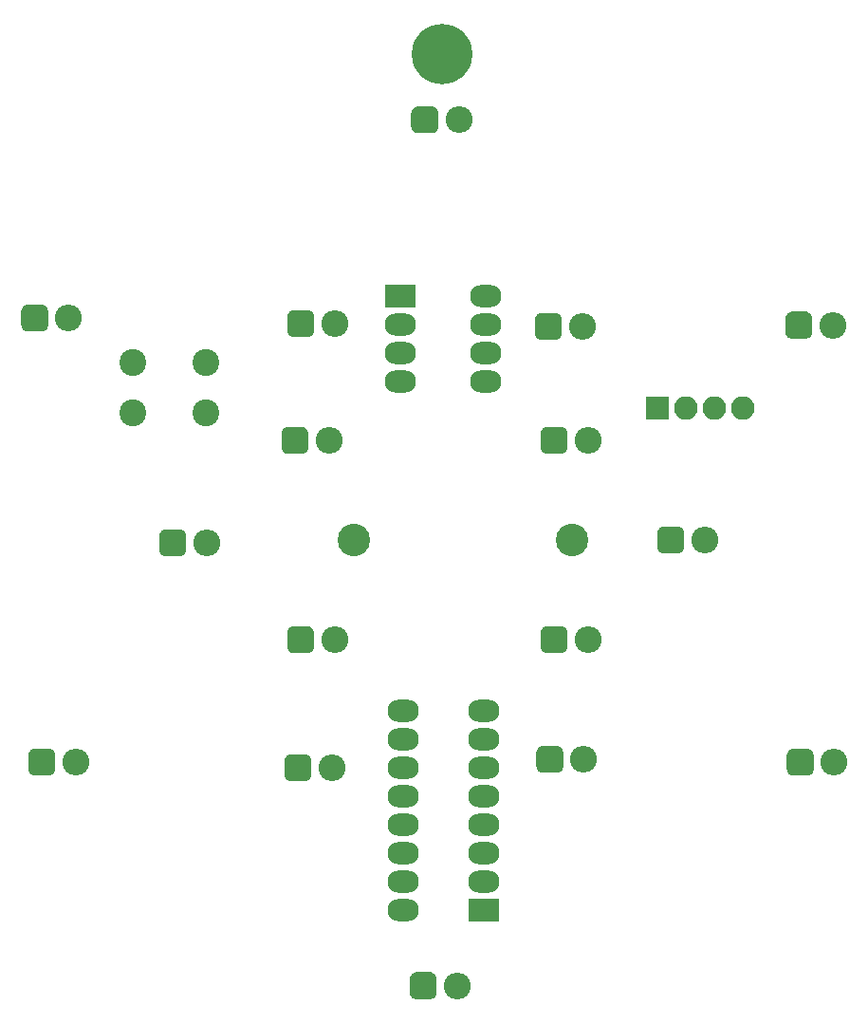
<source format=gbr>
G04 #@! TF.GenerationSoftware,KiCad,Pcbnew,(5.0.0)*
G04 #@! TF.CreationDate,2019-09-07T09:52:17-04:00*
G04 #@! TF.ProjectId,Snowflake,536E6F77666C616B652E6B696361645F,rev?*
G04 #@! TF.SameCoordinates,Original*
G04 #@! TF.FileFunction,Soldermask,Bot*
G04 #@! TF.FilePolarity,Negative*
%FSLAX46Y46*%
G04 Gerber Fmt 4.6, Leading zero omitted, Abs format (unit mm)*
G04 Created by KiCad (PCBNEW (5.0.0)) date 09/07/19 09:52:17*
%MOMM*%
%LPD*%
G01*
G04 APERTURE LIST*
%ADD10C,5.400000*%
%ADD11C,2.400000*%
%ADD12O,2.400000X2.400000*%
%ADD13C,0.100000*%
%ADD14R,2.800000X2.000000*%
%ADD15O,2.800000X2.000000*%
%ADD16C,2.900000*%
%ADD17R,2.100000X2.100000*%
%ADD18O,2.100000X2.100000*%
G04 APERTURE END LIST*
D10*
G04 #@! TO.C,g1*
X126950000Y-54450000D03*
G04 #@! TD*
D11*
G04 #@! TO.C,Button1*
X99314000Y-86415000D03*
X99314000Y-81915000D03*
X105814000Y-86415000D03*
X105814000Y-81915000D03*
G04 #@! TD*
D12*
G04 #@! TO.C,D1*
X128400000Y-60300000D03*
D13*
G36*
X126018810Y-59102889D02*
X126077054Y-59111529D01*
X126134171Y-59125836D01*
X126189610Y-59145672D01*
X126242838Y-59170847D01*
X126293342Y-59201118D01*
X126340636Y-59236194D01*
X126384264Y-59275736D01*
X126423806Y-59319364D01*
X126458882Y-59366658D01*
X126489153Y-59417162D01*
X126514328Y-59470390D01*
X126534164Y-59525829D01*
X126548471Y-59582946D01*
X126557111Y-59641190D01*
X126560000Y-59700000D01*
X126560000Y-60900000D01*
X126557111Y-60958810D01*
X126548471Y-61017054D01*
X126534164Y-61074171D01*
X126514328Y-61129610D01*
X126489153Y-61182838D01*
X126458882Y-61233342D01*
X126423806Y-61280636D01*
X126384264Y-61324264D01*
X126340636Y-61363806D01*
X126293342Y-61398882D01*
X126242838Y-61429153D01*
X126189610Y-61454328D01*
X126134171Y-61474164D01*
X126077054Y-61488471D01*
X126018810Y-61497111D01*
X125960000Y-61500000D01*
X124760000Y-61500000D01*
X124701190Y-61497111D01*
X124642946Y-61488471D01*
X124585829Y-61474164D01*
X124530390Y-61454328D01*
X124477162Y-61429153D01*
X124426658Y-61398882D01*
X124379364Y-61363806D01*
X124335736Y-61324264D01*
X124296194Y-61280636D01*
X124261118Y-61233342D01*
X124230847Y-61182838D01*
X124205672Y-61129610D01*
X124185836Y-61074171D01*
X124171529Y-61017054D01*
X124162889Y-60958810D01*
X124160000Y-60900000D01*
X124160000Y-59700000D01*
X124162889Y-59641190D01*
X124171529Y-59582946D01*
X124185836Y-59525829D01*
X124205672Y-59470390D01*
X124230847Y-59417162D01*
X124261118Y-59366658D01*
X124296194Y-59319364D01*
X124335736Y-59275736D01*
X124379364Y-59236194D01*
X124426658Y-59201118D01*
X124477162Y-59170847D01*
X124530390Y-59145672D01*
X124585829Y-59125836D01*
X124642946Y-59111529D01*
X124701190Y-59102889D01*
X124760000Y-59100000D01*
X125960000Y-59100000D01*
X126018810Y-59102889D01*
X126018810Y-59102889D01*
G37*
D11*
X125360000Y-60300000D03*
G04 #@! TD*
D12*
G04 #@! TO.C,D2*
X139442000Y-78740000D03*
D13*
G36*
X137060810Y-77542889D02*
X137119054Y-77551529D01*
X137176171Y-77565836D01*
X137231610Y-77585672D01*
X137284838Y-77610847D01*
X137335342Y-77641118D01*
X137382636Y-77676194D01*
X137426264Y-77715736D01*
X137465806Y-77759364D01*
X137500882Y-77806658D01*
X137531153Y-77857162D01*
X137556328Y-77910390D01*
X137576164Y-77965829D01*
X137590471Y-78022946D01*
X137599111Y-78081190D01*
X137602000Y-78140000D01*
X137602000Y-79340000D01*
X137599111Y-79398810D01*
X137590471Y-79457054D01*
X137576164Y-79514171D01*
X137556328Y-79569610D01*
X137531153Y-79622838D01*
X137500882Y-79673342D01*
X137465806Y-79720636D01*
X137426264Y-79764264D01*
X137382636Y-79803806D01*
X137335342Y-79838882D01*
X137284838Y-79869153D01*
X137231610Y-79894328D01*
X137176171Y-79914164D01*
X137119054Y-79928471D01*
X137060810Y-79937111D01*
X137002000Y-79940000D01*
X135802000Y-79940000D01*
X135743190Y-79937111D01*
X135684946Y-79928471D01*
X135627829Y-79914164D01*
X135572390Y-79894328D01*
X135519162Y-79869153D01*
X135468658Y-79838882D01*
X135421364Y-79803806D01*
X135377736Y-79764264D01*
X135338194Y-79720636D01*
X135303118Y-79673342D01*
X135272847Y-79622838D01*
X135247672Y-79569610D01*
X135227836Y-79514171D01*
X135213529Y-79457054D01*
X135204889Y-79398810D01*
X135202000Y-79340000D01*
X135202000Y-78140000D01*
X135204889Y-78081190D01*
X135213529Y-78022946D01*
X135227836Y-77965829D01*
X135247672Y-77910390D01*
X135272847Y-77857162D01*
X135303118Y-77806658D01*
X135338194Y-77759364D01*
X135377736Y-77715736D01*
X135421364Y-77676194D01*
X135468658Y-77641118D01*
X135519162Y-77610847D01*
X135572390Y-77585672D01*
X135627829Y-77565836D01*
X135684946Y-77551529D01*
X135743190Y-77542889D01*
X135802000Y-77540000D01*
X137002000Y-77540000D01*
X137060810Y-77542889D01*
X137060810Y-77542889D01*
G37*
D11*
X136402000Y-78740000D03*
G04 #@! TD*
D12*
G04 #@! TO.C,D3*
X161794000Y-78613000D03*
D13*
G36*
X159412810Y-77415889D02*
X159471054Y-77424529D01*
X159528171Y-77438836D01*
X159583610Y-77458672D01*
X159636838Y-77483847D01*
X159687342Y-77514118D01*
X159734636Y-77549194D01*
X159778264Y-77588736D01*
X159817806Y-77632364D01*
X159852882Y-77679658D01*
X159883153Y-77730162D01*
X159908328Y-77783390D01*
X159928164Y-77838829D01*
X159942471Y-77895946D01*
X159951111Y-77954190D01*
X159954000Y-78013000D01*
X159954000Y-79213000D01*
X159951111Y-79271810D01*
X159942471Y-79330054D01*
X159928164Y-79387171D01*
X159908328Y-79442610D01*
X159883153Y-79495838D01*
X159852882Y-79546342D01*
X159817806Y-79593636D01*
X159778264Y-79637264D01*
X159734636Y-79676806D01*
X159687342Y-79711882D01*
X159636838Y-79742153D01*
X159583610Y-79767328D01*
X159528171Y-79787164D01*
X159471054Y-79801471D01*
X159412810Y-79810111D01*
X159354000Y-79813000D01*
X158154000Y-79813000D01*
X158095190Y-79810111D01*
X158036946Y-79801471D01*
X157979829Y-79787164D01*
X157924390Y-79767328D01*
X157871162Y-79742153D01*
X157820658Y-79711882D01*
X157773364Y-79676806D01*
X157729736Y-79637264D01*
X157690194Y-79593636D01*
X157655118Y-79546342D01*
X157624847Y-79495838D01*
X157599672Y-79442610D01*
X157579836Y-79387171D01*
X157565529Y-79330054D01*
X157556889Y-79271810D01*
X157554000Y-79213000D01*
X157554000Y-78013000D01*
X157556889Y-77954190D01*
X157565529Y-77895946D01*
X157579836Y-77838829D01*
X157599672Y-77783390D01*
X157624847Y-77730162D01*
X157655118Y-77679658D01*
X157690194Y-77632364D01*
X157729736Y-77588736D01*
X157773364Y-77549194D01*
X157820658Y-77514118D01*
X157871162Y-77483847D01*
X157924390Y-77458672D01*
X157979829Y-77438836D01*
X158036946Y-77424529D01*
X158095190Y-77415889D01*
X158154000Y-77413000D01*
X159354000Y-77413000D01*
X159412810Y-77415889D01*
X159412810Y-77415889D01*
G37*
D11*
X158754000Y-78613000D03*
G04 #@! TD*
D12*
G04 #@! TO.C,D4*
X150364000Y-97790000D03*
D13*
G36*
X147982810Y-96592889D02*
X148041054Y-96601529D01*
X148098171Y-96615836D01*
X148153610Y-96635672D01*
X148206838Y-96660847D01*
X148257342Y-96691118D01*
X148304636Y-96726194D01*
X148348264Y-96765736D01*
X148387806Y-96809364D01*
X148422882Y-96856658D01*
X148453153Y-96907162D01*
X148478328Y-96960390D01*
X148498164Y-97015829D01*
X148512471Y-97072946D01*
X148521111Y-97131190D01*
X148524000Y-97190000D01*
X148524000Y-98390000D01*
X148521111Y-98448810D01*
X148512471Y-98507054D01*
X148498164Y-98564171D01*
X148478328Y-98619610D01*
X148453153Y-98672838D01*
X148422882Y-98723342D01*
X148387806Y-98770636D01*
X148348264Y-98814264D01*
X148304636Y-98853806D01*
X148257342Y-98888882D01*
X148206838Y-98919153D01*
X148153610Y-98944328D01*
X148098171Y-98964164D01*
X148041054Y-98978471D01*
X147982810Y-98987111D01*
X147924000Y-98990000D01*
X146724000Y-98990000D01*
X146665190Y-98987111D01*
X146606946Y-98978471D01*
X146549829Y-98964164D01*
X146494390Y-98944328D01*
X146441162Y-98919153D01*
X146390658Y-98888882D01*
X146343364Y-98853806D01*
X146299736Y-98814264D01*
X146260194Y-98770636D01*
X146225118Y-98723342D01*
X146194847Y-98672838D01*
X146169672Y-98619610D01*
X146149836Y-98564171D01*
X146135529Y-98507054D01*
X146126889Y-98448810D01*
X146124000Y-98390000D01*
X146124000Y-97190000D01*
X146126889Y-97131190D01*
X146135529Y-97072946D01*
X146149836Y-97015829D01*
X146169672Y-96960390D01*
X146194847Y-96907162D01*
X146225118Y-96856658D01*
X146260194Y-96809364D01*
X146299736Y-96765736D01*
X146343364Y-96726194D01*
X146390658Y-96691118D01*
X146441162Y-96660847D01*
X146494390Y-96635672D01*
X146549829Y-96615836D01*
X146606946Y-96601529D01*
X146665190Y-96592889D01*
X146724000Y-96590000D01*
X147924000Y-96590000D01*
X147982810Y-96592889D01*
X147982810Y-96592889D01*
G37*
D11*
X147324000Y-97790000D03*
G04 #@! TD*
D12*
G04 #@! TO.C,D5*
X161921000Y-117602000D03*
D13*
G36*
X159539810Y-116404889D02*
X159598054Y-116413529D01*
X159655171Y-116427836D01*
X159710610Y-116447672D01*
X159763838Y-116472847D01*
X159814342Y-116503118D01*
X159861636Y-116538194D01*
X159905264Y-116577736D01*
X159944806Y-116621364D01*
X159979882Y-116668658D01*
X160010153Y-116719162D01*
X160035328Y-116772390D01*
X160055164Y-116827829D01*
X160069471Y-116884946D01*
X160078111Y-116943190D01*
X160081000Y-117002000D01*
X160081000Y-118202000D01*
X160078111Y-118260810D01*
X160069471Y-118319054D01*
X160055164Y-118376171D01*
X160035328Y-118431610D01*
X160010153Y-118484838D01*
X159979882Y-118535342D01*
X159944806Y-118582636D01*
X159905264Y-118626264D01*
X159861636Y-118665806D01*
X159814342Y-118700882D01*
X159763838Y-118731153D01*
X159710610Y-118756328D01*
X159655171Y-118776164D01*
X159598054Y-118790471D01*
X159539810Y-118799111D01*
X159481000Y-118802000D01*
X158281000Y-118802000D01*
X158222190Y-118799111D01*
X158163946Y-118790471D01*
X158106829Y-118776164D01*
X158051390Y-118756328D01*
X157998162Y-118731153D01*
X157947658Y-118700882D01*
X157900364Y-118665806D01*
X157856736Y-118626264D01*
X157817194Y-118582636D01*
X157782118Y-118535342D01*
X157751847Y-118484838D01*
X157726672Y-118431610D01*
X157706836Y-118376171D01*
X157692529Y-118319054D01*
X157683889Y-118260810D01*
X157681000Y-118202000D01*
X157681000Y-117002000D01*
X157683889Y-116943190D01*
X157692529Y-116884946D01*
X157706836Y-116827829D01*
X157726672Y-116772390D01*
X157751847Y-116719162D01*
X157782118Y-116668658D01*
X157817194Y-116621364D01*
X157856736Y-116577736D01*
X157900364Y-116538194D01*
X157947658Y-116503118D01*
X157998162Y-116472847D01*
X158051390Y-116447672D01*
X158106829Y-116427836D01*
X158163946Y-116413529D01*
X158222190Y-116404889D01*
X158281000Y-116402000D01*
X159481000Y-116402000D01*
X159539810Y-116404889D01*
X159539810Y-116404889D01*
G37*
D11*
X158881000Y-117602000D03*
G04 #@! TD*
D12*
G04 #@! TO.C,D6*
X139569000Y-117348000D03*
D13*
G36*
X137187810Y-116150889D02*
X137246054Y-116159529D01*
X137303171Y-116173836D01*
X137358610Y-116193672D01*
X137411838Y-116218847D01*
X137462342Y-116249118D01*
X137509636Y-116284194D01*
X137553264Y-116323736D01*
X137592806Y-116367364D01*
X137627882Y-116414658D01*
X137658153Y-116465162D01*
X137683328Y-116518390D01*
X137703164Y-116573829D01*
X137717471Y-116630946D01*
X137726111Y-116689190D01*
X137729000Y-116748000D01*
X137729000Y-117948000D01*
X137726111Y-118006810D01*
X137717471Y-118065054D01*
X137703164Y-118122171D01*
X137683328Y-118177610D01*
X137658153Y-118230838D01*
X137627882Y-118281342D01*
X137592806Y-118328636D01*
X137553264Y-118372264D01*
X137509636Y-118411806D01*
X137462342Y-118446882D01*
X137411838Y-118477153D01*
X137358610Y-118502328D01*
X137303171Y-118522164D01*
X137246054Y-118536471D01*
X137187810Y-118545111D01*
X137129000Y-118548000D01*
X135929000Y-118548000D01*
X135870190Y-118545111D01*
X135811946Y-118536471D01*
X135754829Y-118522164D01*
X135699390Y-118502328D01*
X135646162Y-118477153D01*
X135595658Y-118446882D01*
X135548364Y-118411806D01*
X135504736Y-118372264D01*
X135465194Y-118328636D01*
X135430118Y-118281342D01*
X135399847Y-118230838D01*
X135374672Y-118177610D01*
X135354836Y-118122171D01*
X135340529Y-118065054D01*
X135331889Y-118006810D01*
X135329000Y-117948000D01*
X135329000Y-116748000D01*
X135331889Y-116689190D01*
X135340529Y-116630946D01*
X135354836Y-116573829D01*
X135374672Y-116518390D01*
X135399847Y-116465162D01*
X135430118Y-116414658D01*
X135465194Y-116367364D01*
X135504736Y-116323736D01*
X135548364Y-116284194D01*
X135595658Y-116249118D01*
X135646162Y-116218847D01*
X135699390Y-116193672D01*
X135754829Y-116173836D01*
X135811946Y-116159529D01*
X135870190Y-116150889D01*
X135929000Y-116148000D01*
X137129000Y-116148000D01*
X137187810Y-116150889D01*
X137187810Y-116150889D01*
G37*
D11*
X136529000Y-117348000D03*
G04 #@! TD*
D12*
G04 #@! TO.C,D7*
X128266000Y-137541000D03*
D13*
G36*
X125884810Y-136343889D02*
X125943054Y-136352529D01*
X126000171Y-136366836D01*
X126055610Y-136386672D01*
X126108838Y-136411847D01*
X126159342Y-136442118D01*
X126206636Y-136477194D01*
X126250264Y-136516736D01*
X126289806Y-136560364D01*
X126324882Y-136607658D01*
X126355153Y-136658162D01*
X126380328Y-136711390D01*
X126400164Y-136766829D01*
X126414471Y-136823946D01*
X126423111Y-136882190D01*
X126426000Y-136941000D01*
X126426000Y-138141000D01*
X126423111Y-138199810D01*
X126414471Y-138258054D01*
X126400164Y-138315171D01*
X126380328Y-138370610D01*
X126355153Y-138423838D01*
X126324882Y-138474342D01*
X126289806Y-138521636D01*
X126250264Y-138565264D01*
X126206636Y-138604806D01*
X126159342Y-138639882D01*
X126108838Y-138670153D01*
X126055610Y-138695328D01*
X126000171Y-138715164D01*
X125943054Y-138729471D01*
X125884810Y-138738111D01*
X125826000Y-138741000D01*
X124626000Y-138741000D01*
X124567190Y-138738111D01*
X124508946Y-138729471D01*
X124451829Y-138715164D01*
X124396390Y-138695328D01*
X124343162Y-138670153D01*
X124292658Y-138639882D01*
X124245364Y-138604806D01*
X124201736Y-138565264D01*
X124162194Y-138521636D01*
X124127118Y-138474342D01*
X124096847Y-138423838D01*
X124071672Y-138370610D01*
X124051836Y-138315171D01*
X124037529Y-138258054D01*
X124028889Y-138199810D01*
X124026000Y-138141000D01*
X124026000Y-136941000D01*
X124028889Y-136882190D01*
X124037529Y-136823946D01*
X124051836Y-136766829D01*
X124071672Y-136711390D01*
X124096847Y-136658162D01*
X124127118Y-136607658D01*
X124162194Y-136560364D01*
X124201736Y-136516736D01*
X124245364Y-136477194D01*
X124292658Y-136442118D01*
X124343162Y-136411847D01*
X124396390Y-136386672D01*
X124451829Y-136366836D01*
X124508946Y-136352529D01*
X124567190Y-136343889D01*
X124626000Y-136341000D01*
X125826000Y-136341000D01*
X125884810Y-136343889D01*
X125884810Y-136343889D01*
G37*
D11*
X125226000Y-137541000D03*
G04 #@! TD*
D12*
G04 #@! TO.C,D8*
X117090000Y-118110000D03*
D13*
G36*
X114708810Y-116912889D02*
X114767054Y-116921529D01*
X114824171Y-116935836D01*
X114879610Y-116955672D01*
X114932838Y-116980847D01*
X114983342Y-117011118D01*
X115030636Y-117046194D01*
X115074264Y-117085736D01*
X115113806Y-117129364D01*
X115148882Y-117176658D01*
X115179153Y-117227162D01*
X115204328Y-117280390D01*
X115224164Y-117335829D01*
X115238471Y-117392946D01*
X115247111Y-117451190D01*
X115250000Y-117510000D01*
X115250000Y-118710000D01*
X115247111Y-118768810D01*
X115238471Y-118827054D01*
X115224164Y-118884171D01*
X115204328Y-118939610D01*
X115179153Y-118992838D01*
X115148882Y-119043342D01*
X115113806Y-119090636D01*
X115074264Y-119134264D01*
X115030636Y-119173806D01*
X114983342Y-119208882D01*
X114932838Y-119239153D01*
X114879610Y-119264328D01*
X114824171Y-119284164D01*
X114767054Y-119298471D01*
X114708810Y-119307111D01*
X114650000Y-119310000D01*
X113450000Y-119310000D01*
X113391190Y-119307111D01*
X113332946Y-119298471D01*
X113275829Y-119284164D01*
X113220390Y-119264328D01*
X113167162Y-119239153D01*
X113116658Y-119208882D01*
X113069364Y-119173806D01*
X113025736Y-119134264D01*
X112986194Y-119090636D01*
X112951118Y-119043342D01*
X112920847Y-118992838D01*
X112895672Y-118939610D01*
X112875836Y-118884171D01*
X112861529Y-118827054D01*
X112852889Y-118768810D01*
X112850000Y-118710000D01*
X112850000Y-117510000D01*
X112852889Y-117451190D01*
X112861529Y-117392946D01*
X112875836Y-117335829D01*
X112895672Y-117280390D01*
X112920847Y-117227162D01*
X112951118Y-117176658D01*
X112986194Y-117129364D01*
X113025736Y-117085736D01*
X113069364Y-117046194D01*
X113116658Y-117011118D01*
X113167162Y-116980847D01*
X113220390Y-116955672D01*
X113275829Y-116935836D01*
X113332946Y-116921529D01*
X113391190Y-116912889D01*
X113450000Y-116910000D01*
X114650000Y-116910000D01*
X114708810Y-116912889D01*
X114708810Y-116912889D01*
G37*
D11*
X114050000Y-118110000D03*
G04 #@! TD*
D12*
G04 #@! TO.C,D9*
X94230000Y-117602000D03*
D13*
G36*
X91848810Y-116404889D02*
X91907054Y-116413529D01*
X91964171Y-116427836D01*
X92019610Y-116447672D01*
X92072838Y-116472847D01*
X92123342Y-116503118D01*
X92170636Y-116538194D01*
X92214264Y-116577736D01*
X92253806Y-116621364D01*
X92288882Y-116668658D01*
X92319153Y-116719162D01*
X92344328Y-116772390D01*
X92364164Y-116827829D01*
X92378471Y-116884946D01*
X92387111Y-116943190D01*
X92390000Y-117002000D01*
X92390000Y-118202000D01*
X92387111Y-118260810D01*
X92378471Y-118319054D01*
X92364164Y-118376171D01*
X92344328Y-118431610D01*
X92319153Y-118484838D01*
X92288882Y-118535342D01*
X92253806Y-118582636D01*
X92214264Y-118626264D01*
X92170636Y-118665806D01*
X92123342Y-118700882D01*
X92072838Y-118731153D01*
X92019610Y-118756328D01*
X91964171Y-118776164D01*
X91907054Y-118790471D01*
X91848810Y-118799111D01*
X91790000Y-118802000D01*
X90590000Y-118802000D01*
X90531190Y-118799111D01*
X90472946Y-118790471D01*
X90415829Y-118776164D01*
X90360390Y-118756328D01*
X90307162Y-118731153D01*
X90256658Y-118700882D01*
X90209364Y-118665806D01*
X90165736Y-118626264D01*
X90126194Y-118582636D01*
X90091118Y-118535342D01*
X90060847Y-118484838D01*
X90035672Y-118431610D01*
X90015836Y-118376171D01*
X90001529Y-118319054D01*
X89992889Y-118260810D01*
X89990000Y-118202000D01*
X89990000Y-117002000D01*
X89992889Y-116943190D01*
X90001529Y-116884946D01*
X90015836Y-116827829D01*
X90035672Y-116772390D01*
X90060847Y-116719162D01*
X90091118Y-116668658D01*
X90126194Y-116621364D01*
X90165736Y-116577736D01*
X90209364Y-116538194D01*
X90256658Y-116503118D01*
X90307162Y-116472847D01*
X90360390Y-116447672D01*
X90415829Y-116427836D01*
X90472946Y-116413529D01*
X90531190Y-116404889D01*
X90590000Y-116402000D01*
X91790000Y-116402000D01*
X91848810Y-116404889D01*
X91848810Y-116404889D01*
G37*
D11*
X91190000Y-117602000D03*
G04 #@! TD*
D12*
G04 #@! TO.C,D10*
X105914000Y-98044000D03*
D13*
G36*
X103532810Y-96846889D02*
X103591054Y-96855529D01*
X103648171Y-96869836D01*
X103703610Y-96889672D01*
X103756838Y-96914847D01*
X103807342Y-96945118D01*
X103854636Y-96980194D01*
X103898264Y-97019736D01*
X103937806Y-97063364D01*
X103972882Y-97110658D01*
X104003153Y-97161162D01*
X104028328Y-97214390D01*
X104048164Y-97269829D01*
X104062471Y-97326946D01*
X104071111Y-97385190D01*
X104074000Y-97444000D01*
X104074000Y-98644000D01*
X104071111Y-98702810D01*
X104062471Y-98761054D01*
X104048164Y-98818171D01*
X104028328Y-98873610D01*
X104003153Y-98926838D01*
X103972882Y-98977342D01*
X103937806Y-99024636D01*
X103898264Y-99068264D01*
X103854636Y-99107806D01*
X103807342Y-99142882D01*
X103756838Y-99173153D01*
X103703610Y-99198328D01*
X103648171Y-99218164D01*
X103591054Y-99232471D01*
X103532810Y-99241111D01*
X103474000Y-99244000D01*
X102274000Y-99244000D01*
X102215190Y-99241111D01*
X102156946Y-99232471D01*
X102099829Y-99218164D01*
X102044390Y-99198328D01*
X101991162Y-99173153D01*
X101940658Y-99142882D01*
X101893364Y-99107806D01*
X101849736Y-99068264D01*
X101810194Y-99024636D01*
X101775118Y-98977342D01*
X101744847Y-98926838D01*
X101719672Y-98873610D01*
X101699836Y-98818171D01*
X101685529Y-98761054D01*
X101676889Y-98702810D01*
X101674000Y-98644000D01*
X101674000Y-97444000D01*
X101676889Y-97385190D01*
X101685529Y-97326946D01*
X101699836Y-97269829D01*
X101719672Y-97214390D01*
X101744847Y-97161162D01*
X101775118Y-97110658D01*
X101810194Y-97063364D01*
X101849736Y-97019736D01*
X101893364Y-96980194D01*
X101940658Y-96945118D01*
X101991162Y-96914847D01*
X102044390Y-96889672D01*
X102099829Y-96869836D01*
X102156946Y-96855529D01*
X102215190Y-96846889D01*
X102274000Y-96844000D01*
X103474000Y-96844000D01*
X103532810Y-96846889D01*
X103532810Y-96846889D01*
G37*
D11*
X102874000Y-98044000D03*
G04 #@! TD*
D12*
G04 #@! TO.C,D11*
X93595000Y-77978000D03*
D13*
G36*
X91213810Y-76780889D02*
X91272054Y-76789529D01*
X91329171Y-76803836D01*
X91384610Y-76823672D01*
X91437838Y-76848847D01*
X91488342Y-76879118D01*
X91535636Y-76914194D01*
X91579264Y-76953736D01*
X91618806Y-76997364D01*
X91653882Y-77044658D01*
X91684153Y-77095162D01*
X91709328Y-77148390D01*
X91729164Y-77203829D01*
X91743471Y-77260946D01*
X91752111Y-77319190D01*
X91755000Y-77378000D01*
X91755000Y-78578000D01*
X91752111Y-78636810D01*
X91743471Y-78695054D01*
X91729164Y-78752171D01*
X91709328Y-78807610D01*
X91684153Y-78860838D01*
X91653882Y-78911342D01*
X91618806Y-78958636D01*
X91579264Y-79002264D01*
X91535636Y-79041806D01*
X91488342Y-79076882D01*
X91437838Y-79107153D01*
X91384610Y-79132328D01*
X91329171Y-79152164D01*
X91272054Y-79166471D01*
X91213810Y-79175111D01*
X91155000Y-79178000D01*
X89955000Y-79178000D01*
X89896190Y-79175111D01*
X89837946Y-79166471D01*
X89780829Y-79152164D01*
X89725390Y-79132328D01*
X89672162Y-79107153D01*
X89621658Y-79076882D01*
X89574364Y-79041806D01*
X89530736Y-79002264D01*
X89491194Y-78958636D01*
X89456118Y-78911342D01*
X89425847Y-78860838D01*
X89400672Y-78807610D01*
X89380836Y-78752171D01*
X89366529Y-78695054D01*
X89357889Y-78636810D01*
X89355000Y-78578000D01*
X89355000Y-77378000D01*
X89357889Y-77319190D01*
X89366529Y-77260946D01*
X89380836Y-77203829D01*
X89400672Y-77148390D01*
X89425847Y-77095162D01*
X89456118Y-77044658D01*
X89491194Y-76997364D01*
X89530736Y-76953736D01*
X89574364Y-76914194D01*
X89621658Y-76879118D01*
X89672162Y-76848847D01*
X89725390Y-76823672D01*
X89780829Y-76803836D01*
X89837946Y-76789529D01*
X89896190Y-76780889D01*
X89955000Y-76778000D01*
X91155000Y-76778000D01*
X91213810Y-76780889D01*
X91213810Y-76780889D01*
G37*
D11*
X90555000Y-77978000D03*
G04 #@! TD*
D12*
G04 #@! TO.C,D12*
X117344000Y-78486000D03*
D13*
G36*
X114962810Y-77288889D02*
X115021054Y-77297529D01*
X115078171Y-77311836D01*
X115133610Y-77331672D01*
X115186838Y-77356847D01*
X115237342Y-77387118D01*
X115284636Y-77422194D01*
X115328264Y-77461736D01*
X115367806Y-77505364D01*
X115402882Y-77552658D01*
X115433153Y-77603162D01*
X115458328Y-77656390D01*
X115478164Y-77711829D01*
X115492471Y-77768946D01*
X115501111Y-77827190D01*
X115504000Y-77886000D01*
X115504000Y-79086000D01*
X115501111Y-79144810D01*
X115492471Y-79203054D01*
X115478164Y-79260171D01*
X115458328Y-79315610D01*
X115433153Y-79368838D01*
X115402882Y-79419342D01*
X115367806Y-79466636D01*
X115328264Y-79510264D01*
X115284636Y-79549806D01*
X115237342Y-79584882D01*
X115186838Y-79615153D01*
X115133610Y-79640328D01*
X115078171Y-79660164D01*
X115021054Y-79674471D01*
X114962810Y-79683111D01*
X114904000Y-79686000D01*
X113704000Y-79686000D01*
X113645190Y-79683111D01*
X113586946Y-79674471D01*
X113529829Y-79660164D01*
X113474390Y-79640328D01*
X113421162Y-79615153D01*
X113370658Y-79584882D01*
X113323364Y-79549806D01*
X113279736Y-79510264D01*
X113240194Y-79466636D01*
X113205118Y-79419342D01*
X113174847Y-79368838D01*
X113149672Y-79315610D01*
X113129836Y-79260171D01*
X113115529Y-79203054D01*
X113106889Y-79144810D01*
X113104000Y-79086000D01*
X113104000Y-77886000D01*
X113106889Y-77827190D01*
X113115529Y-77768946D01*
X113129836Y-77711829D01*
X113149672Y-77656390D01*
X113174847Y-77603162D01*
X113205118Y-77552658D01*
X113240194Y-77505364D01*
X113279736Y-77461736D01*
X113323364Y-77422194D01*
X113370658Y-77387118D01*
X113421162Y-77356847D01*
X113474390Y-77331672D01*
X113529829Y-77311836D01*
X113586946Y-77297529D01*
X113645190Y-77288889D01*
X113704000Y-77286000D01*
X114904000Y-77286000D01*
X114962810Y-77288889D01*
X114962810Y-77288889D01*
G37*
D11*
X114304000Y-78486000D03*
G04 #@! TD*
D12*
G04 #@! TO.C,D13*
X116817000Y-88900000D03*
D13*
G36*
X114435810Y-87702889D02*
X114494054Y-87711529D01*
X114551171Y-87725836D01*
X114606610Y-87745672D01*
X114659838Y-87770847D01*
X114710342Y-87801118D01*
X114757636Y-87836194D01*
X114801264Y-87875736D01*
X114840806Y-87919364D01*
X114875882Y-87966658D01*
X114906153Y-88017162D01*
X114931328Y-88070390D01*
X114951164Y-88125829D01*
X114965471Y-88182946D01*
X114974111Y-88241190D01*
X114977000Y-88300000D01*
X114977000Y-89500000D01*
X114974111Y-89558810D01*
X114965471Y-89617054D01*
X114951164Y-89674171D01*
X114931328Y-89729610D01*
X114906153Y-89782838D01*
X114875882Y-89833342D01*
X114840806Y-89880636D01*
X114801264Y-89924264D01*
X114757636Y-89963806D01*
X114710342Y-89998882D01*
X114659838Y-90029153D01*
X114606610Y-90054328D01*
X114551171Y-90074164D01*
X114494054Y-90088471D01*
X114435810Y-90097111D01*
X114377000Y-90100000D01*
X113177000Y-90100000D01*
X113118190Y-90097111D01*
X113059946Y-90088471D01*
X113002829Y-90074164D01*
X112947390Y-90054328D01*
X112894162Y-90029153D01*
X112843658Y-89998882D01*
X112796364Y-89963806D01*
X112752736Y-89924264D01*
X112713194Y-89880636D01*
X112678118Y-89833342D01*
X112647847Y-89782838D01*
X112622672Y-89729610D01*
X112602836Y-89674171D01*
X112588529Y-89617054D01*
X112579889Y-89558810D01*
X112577000Y-89500000D01*
X112577000Y-88300000D01*
X112579889Y-88241190D01*
X112588529Y-88182946D01*
X112602836Y-88125829D01*
X112622672Y-88070390D01*
X112647847Y-88017162D01*
X112678118Y-87966658D01*
X112713194Y-87919364D01*
X112752736Y-87875736D01*
X112796364Y-87836194D01*
X112843658Y-87801118D01*
X112894162Y-87770847D01*
X112947390Y-87745672D01*
X113002829Y-87725836D01*
X113059946Y-87711529D01*
X113118190Y-87702889D01*
X113177000Y-87700000D01*
X114377000Y-87700000D01*
X114435810Y-87702889D01*
X114435810Y-87702889D01*
G37*
D11*
X113777000Y-88900000D03*
G04 #@! TD*
D12*
G04 #@! TO.C,D14*
X139950000Y-106680000D03*
D13*
G36*
X137568810Y-105482889D02*
X137627054Y-105491529D01*
X137684171Y-105505836D01*
X137739610Y-105525672D01*
X137792838Y-105550847D01*
X137843342Y-105581118D01*
X137890636Y-105616194D01*
X137934264Y-105655736D01*
X137973806Y-105699364D01*
X138008882Y-105746658D01*
X138039153Y-105797162D01*
X138064328Y-105850390D01*
X138084164Y-105905829D01*
X138098471Y-105962946D01*
X138107111Y-106021190D01*
X138110000Y-106080000D01*
X138110000Y-107280000D01*
X138107111Y-107338810D01*
X138098471Y-107397054D01*
X138084164Y-107454171D01*
X138064328Y-107509610D01*
X138039153Y-107562838D01*
X138008882Y-107613342D01*
X137973806Y-107660636D01*
X137934264Y-107704264D01*
X137890636Y-107743806D01*
X137843342Y-107778882D01*
X137792838Y-107809153D01*
X137739610Y-107834328D01*
X137684171Y-107854164D01*
X137627054Y-107868471D01*
X137568810Y-107877111D01*
X137510000Y-107880000D01*
X136310000Y-107880000D01*
X136251190Y-107877111D01*
X136192946Y-107868471D01*
X136135829Y-107854164D01*
X136080390Y-107834328D01*
X136027162Y-107809153D01*
X135976658Y-107778882D01*
X135929364Y-107743806D01*
X135885736Y-107704264D01*
X135846194Y-107660636D01*
X135811118Y-107613342D01*
X135780847Y-107562838D01*
X135755672Y-107509610D01*
X135735836Y-107454171D01*
X135721529Y-107397054D01*
X135712889Y-107338810D01*
X135710000Y-107280000D01*
X135710000Y-106080000D01*
X135712889Y-106021190D01*
X135721529Y-105962946D01*
X135735836Y-105905829D01*
X135755672Y-105850390D01*
X135780847Y-105797162D01*
X135811118Y-105746658D01*
X135846194Y-105699364D01*
X135885736Y-105655736D01*
X135929364Y-105616194D01*
X135976658Y-105581118D01*
X136027162Y-105550847D01*
X136080390Y-105525672D01*
X136135829Y-105505836D01*
X136192946Y-105491529D01*
X136251190Y-105482889D01*
X136310000Y-105480000D01*
X137510000Y-105480000D01*
X137568810Y-105482889D01*
X137568810Y-105482889D01*
G37*
D11*
X136910000Y-106680000D03*
G04 #@! TD*
D12*
G04 #@! TO.C,D15*
X139950000Y-88900000D03*
D13*
G36*
X137568810Y-87702889D02*
X137627054Y-87711529D01*
X137684171Y-87725836D01*
X137739610Y-87745672D01*
X137792838Y-87770847D01*
X137843342Y-87801118D01*
X137890636Y-87836194D01*
X137934264Y-87875736D01*
X137973806Y-87919364D01*
X138008882Y-87966658D01*
X138039153Y-88017162D01*
X138064328Y-88070390D01*
X138084164Y-88125829D01*
X138098471Y-88182946D01*
X138107111Y-88241190D01*
X138110000Y-88300000D01*
X138110000Y-89500000D01*
X138107111Y-89558810D01*
X138098471Y-89617054D01*
X138084164Y-89674171D01*
X138064328Y-89729610D01*
X138039153Y-89782838D01*
X138008882Y-89833342D01*
X137973806Y-89880636D01*
X137934264Y-89924264D01*
X137890636Y-89963806D01*
X137843342Y-89998882D01*
X137792838Y-90029153D01*
X137739610Y-90054328D01*
X137684171Y-90074164D01*
X137627054Y-90088471D01*
X137568810Y-90097111D01*
X137510000Y-90100000D01*
X136310000Y-90100000D01*
X136251190Y-90097111D01*
X136192946Y-90088471D01*
X136135829Y-90074164D01*
X136080390Y-90054328D01*
X136027162Y-90029153D01*
X135976658Y-89998882D01*
X135929364Y-89963806D01*
X135885736Y-89924264D01*
X135846194Y-89880636D01*
X135811118Y-89833342D01*
X135780847Y-89782838D01*
X135755672Y-89729610D01*
X135735836Y-89674171D01*
X135721529Y-89617054D01*
X135712889Y-89558810D01*
X135710000Y-89500000D01*
X135710000Y-88300000D01*
X135712889Y-88241190D01*
X135721529Y-88182946D01*
X135735836Y-88125829D01*
X135755672Y-88070390D01*
X135780847Y-88017162D01*
X135811118Y-87966658D01*
X135846194Y-87919364D01*
X135885736Y-87875736D01*
X135929364Y-87836194D01*
X135976658Y-87801118D01*
X136027162Y-87770847D01*
X136080390Y-87745672D01*
X136135829Y-87725836D01*
X136192946Y-87711529D01*
X136251190Y-87702889D01*
X136310000Y-87700000D01*
X137510000Y-87700000D01*
X137568810Y-87702889D01*
X137568810Y-87702889D01*
G37*
D11*
X136910000Y-88900000D03*
G04 #@! TD*
D12*
G04 #@! TO.C,D16*
X117325000Y-106680000D03*
D13*
G36*
X114943810Y-105482889D02*
X115002054Y-105491529D01*
X115059171Y-105505836D01*
X115114610Y-105525672D01*
X115167838Y-105550847D01*
X115218342Y-105581118D01*
X115265636Y-105616194D01*
X115309264Y-105655736D01*
X115348806Y-105699364D01*
X115383882Y-105746658D01*
X115414153Y-105797162D01*
X115439328Y-105850390D01*
X115459164Y-105905829D01*
X115473471Y-105962946D01*
X115482111Y-106021190D01*
X115485000Y-106080000D01*
X115485000Y-107280000D01*
X115482111Y-107338810D01*
X115473471Y-107397054D01*
X115459164Y-107454171D01*
X115439328Y-107509610D01*
X115414153Y-107562838D01*
X115383882Y-107613342D01*
X115348806Y-107660636D01*
X115309264Y-107704264D01*
X115265636Y-107743806D01*
X115218342Y-107778882D01*
X115167838Y-107809153D01*
X115114610Y-107834328D01*
X115059171Y-107854164D01*
X115002054Y-107868471D01*
X114943810Y-107877111D01*
X114885000Y-107880000D01*
X113685000Y-107880000D01*
X113626190Y-107877111D01*
X113567946Y-107868471D01*
X113510829Y-107854164D01*
X113455390Y-107834328D01*
X113402162Y-107809153D01*
X113351658Y-107778882D01*
X113304364Y-107743806D01*
X113260736Y-107704264D01*
X113221194Y-107660636D01*
X113186118Y-107613342D01*
X113155847Y-107562838D01*
X113130672Y-107509610D01*
X113110836Y-107454171D01*
X113096529Y-107397054D01*
X113087889Y-107338810D01*
X113085000Y-107280000D01*
X113085000Y-106080000D01*
X113087889Y-106021190D01*
X113096529Y-105962946D01*
X113110836Y-105905829D01*
X113130672Y-105850390D01*
X113155847Y-105797162D01*
X113186118Y-105746658D01*
X113221194Y-105699364D01*
X113260736Y-105655736D01*
X113304364Y-105616194D01*
X113351658Y-105581118D01*
X113402162Y-105550847D01*
X113455390Y-105525672D01*
X113510829Y-105505836D01*
X113567946Y-105491529D01*
X113626190Y-105482889D01*
X113685000Y-105480000D01*
X114885000Y-105480000D01*
X114943810Y-105482889D01*
X114943810Y-105482889D01*
G37*
D11*
X114285000Y-106680000D03*
G04 #@! TD*
D14*
G04 #@! TO.C,Tiny85*
X123220000Y-75990000D03*
D15*
X130840000Y-83610000D03*
X123220000Y-78530000D03*
X130840000Y-81070000D03*
X123220000Y-81070000D03*
X130840000Y-78530000D03*
X123220000Y-83610000D03*
X130840000Y-75990000D03*
G04 #@! TD*
D16*
G04 #@! TO.C,Battery1*
X138500000Y-97800000D03*
X119000000Y-97800000D03*
G04 #@! TD*
D17*
G04 #@! TO.C,Power1*
X146100000Y-86000000D03*
D18*
X148640000Y-86000000D03*
X151180000Y-86000000D03*
X153720000Y-86000000D03*
G04 #@! TD*
D15*
G04 #@! TO.C,Shift1*
X123480000Y-130810000D03*
X130600000Y-113030000D03*
X123480000Y-128270000D03*
X130600000Y-115570000D03*
X123480000Y-125730000D03*
X130600000Y-118110000D03*
X123480000Y-123190000D03*
X130600000Y-120650000D03*
X123480000Y-120650000D03*
X130600000Y-123190000D03*
X123480000Y-118110000D03*
X130600000Y-125730000D03*
X123480000Y-115570000D03*
X130600000Y-128270000D03*
X123480000Y-113030000D03*
D14*
X130600000Y-130810000D03*
G04 #@! TD*
M02*

</source>
